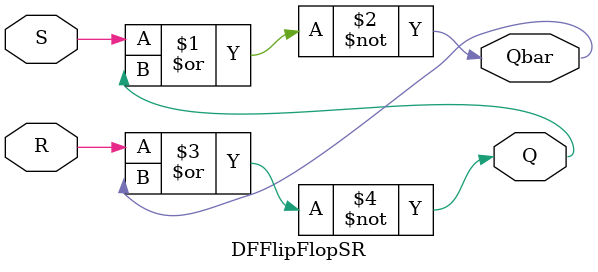
<source format=v>
module DFFlipFlopSR(
    input S, R,
    output Q, Qbar
);
    assign Qbar = ~(S | Q);
    assign Q = ~(R | Qbar);
endmodule

</source>
